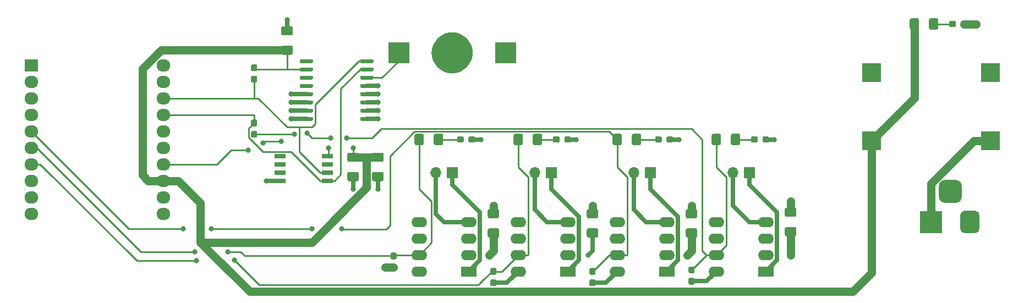
<source format=gtl>
G04 #@! TF.GenerationSoftware,KiCad,Pcbnew,(5.1.9)-1*
G04 #@! TF.CreationDate,2021-03-13T10:24:33-05:00*
G04 #@! TF.ProjectId,Aquarium_Dosing_Pump_Controller,41717561-7269-4756-9d5f-446f73696e67,rev?*
G04 #@! TF.SameCoordinates,Original*
G04 #@! TF.FileFunction,Copper,L1,Top*
G04 #@! TF.FilePolarity,Positive*
%FSLAX46Y46*%
G04 Gerber Fmt 4.6, Leading zero omitted, Abs format (unit mm)*
G04 Created by KiCad (PCBNEW (5.1.9)-1) date 2021-03-13 10:24:33*
%MOMM*%
%LPD*%
G01*
G04 APERTURE LIST*
G04 #@! TA.AperFunction,ComponentPad*
%ADD10O,2.100000X1.900000*%
G04 #@! TD*
G04 #@! TA.AperFunction,ComponentPad*
%ADD11R,2.100000X1.900000*%
G04 #@! TD*
G04 #@! TA.AperFunction,SMDPad,CuDef*
%ADD12R,3.200000X3.200000*%
G04 #@! TD*
G04 #@! TA.AperFunction,ComponentPad*
%ADD13R,3.000000X3.000000*%
G04 #@! TD*
G04 #@! TA.AperFunction,ComponentPad*
%ADD14O,2.400000X1.600000*%
G04 #@! TD*
G04 #@! TA.AperFunction,ComponentPad*
%ADD15R,2.400000X1.600000*%
G04 #@! TD*
G04 #@! TA.AperFunction,SMDPad,CuDef*
%ADD16R,1.700000X0.650000*%
G04 #@! TD*
G04 #@! TA.AperFunction,ComponentPad*
%ADD17O,1.700000X1.700000*%
G04 #@! TD*
G04 #@! TA.AperFunction,ComponentPad*
%ADD18R,1.700000X1.700000*%
G04 #@! TD*
G04 #@! TA.AperFunction,ComponentPad*
%ADD19R,3.500000X3.500000*%
G04 #@! TD*
G04 #@! TA.AperFunction,ViaPad*
%ADD20C,0.838200*%
G04 #@! TD*
G04 #@! TA.AperFunction,Conductor*
%ADD21C,1.270000*%
G04 #@! TD*
G04 #@! TA.AperFunction,Conductor*
%ADD22C,0.635000*%
G04 #@! TD*
G04 #@! TA.AperFunction,Conductor*
%ADD23C,0.254000*%
G04 #@! TD*
G04 APERTURE END LIST*
D10*
X77470000Y-105410000D03*
X57150000Y-105410000D03*
X77470000Y-102870000D03*
X57150000Y-102870000D03*
X77470000Y-100330000D03*
X57150000Y-100330000D03*
X77470000Y-97790000D03*
X57150000Y-97790000D03*
X77470000Y-95250000D03*
X57150000Y-95250000D03*
X77470000Y-92710000D03*
X57150000Y-92710000D03*
X77470000Y-90170000D03*
X57150000Y-90170000D03*
X77470000Y-87630000D03*
X57150000Y-87630000D03*
X77470000Y-85090000D03*
X57150000Y-85090000D03*
X77470000Y-82550000D03*
D11*
X57150000Y-82550000D03*
G04 #@! TA.AperFunction,SMDPad,CuDef*
G36*
G01*
X118745000Y-80645000D02*
X118745000Y-80645000D01*
G75*
G02*
X121920000Y-77470000I3175000J0D01*
G01*
X121920000Y-77470000D01*
G75*
G02*
X125095000Y-80645000I0J-3175000D01*
G01*
X125095000Y-80645000D01*
G75*
G02*
X121920000Y-83820000I-3175000J0D01*
G01*
X121920000Y-83820000D01*
G75*
G02*
X118745000Y-80645000I0J3175000D01*
G01*
G37*
G04 #@! TD.AperFunction*
D12*
X113694600Y-80645000D03*
X130145400Y-80645000D03*
G04 #@! TA.AperFunction,SMDPad,CuDef*
G36*
G01*
X109865000Y-98982500D02*
X111115000Y-98982500D01*
G75*
G02*
X111365000Y-99232500I0J-250000D01*
G01*
X111365000Y-100157500D01*
G75*
G02*
X111115000Y-100407500I-250000J0D01*
G01*
X109865000Y-100407500D01*
G75*
G02*
X109615000Y-100157500I0J250000D01*
G01*
X109615000Y-99232500D01*
G75*
G02*
X109865000Y-98982500I250000J0D01*
G01*
G37*
G04 #@! TD.AperFunction*
G04 #@! TA.AperFunction,SMDPad,CuDef*
G36*
G01*
X109865000Y-96007500D02*
X111115000Y-96007500D01*
G75*
G02*
X111365000Y-96257500I0J-250000D01*
G01*
X111365000Y-97182500D01*
G75*
G02*
X111115000Y-97432500I-250000J0D01*
G01*
X109865000Y-97432500D01*
G75*
G02*
X109615000Y-97182500I0J250000D01*
G01*
X109615000Y-96257500D01*
G75*
G02*
X109865000Y-96007500I250000J0D01*
G01*
G37*
G04 #@! TD.AperFunction*
G04 #@! TA.AperFunction,SMDPad,CuDef*
G36*
G01*
X128895000Y-106122500D02*
X127645000Y-106122500D01*
G75*
G02*
X127395000Y-105872500I0J250000D01*
G01*
X127395000Y-104947500D01*
G75*
G02*
X127645000Y-104697500I250000J0D01*
G01*
X128895000Y-104697500D01*
G75*
G02*
X129145000Y-104947500I0J-250000D01*
G01*
X129145000Y-105872500D01*
G75*
G02*
X128895000Y-106122500I-250000J0D01*
G01*
G37*
G04 #@! TD.AperFunction*
G04 #@! TA.AperFunction,SMDPad,CuDef*
G36*
G01*
X128895000Y-109097500D02*
X127645000Y-109097500D01*
G75*
G02*
X127395000Y-108847500I0J250000D01*
G01*
X127395000Y-107922500D01*
G75*
G02*
X127645000Y-107672500I250000J0D01*
G01*
X128895000Y-107672500D01*
G75*
G02*
X129145000Y-107922500I0J-250000D01*
G01*
X129145000Y-108847500D01*
G75*
G02*
X128895000Y-109097500I-250000J0D01*
G01*
G37*
G04 #@! TD.AperFunction*
G04 #@! TA.AperFunction,SMDPad,CuDef*
G36*
G01*
X159375000Y-106122500D02*
X158125000Y-106122500D01*
G75*
G02*
X157875000Y-105872500I0J250000D01*
G01*
X157875000Y-104947500D01*
G75*
G02*
X158125000Y-104697500I250000J0D01*
G01*
X159375000Y-104697500D01*
G75*
G02*
X159625000Y-104947500I0J-250000D01*
G01*
X159625000Y-105872500D01*
G75*
G02*
X159375000Y-106122500I-250000J0D01*
G01*
G37*
G04 #@! TD.AperFunction*
G04 #@! TA.AperFunction,SMDPad,CuDef*
G36*
G01*
X159375000Y-109097500D02*
X158125000Y-109097500D01*
G75*
G02*
X157875000Y-108847500I0J250000D01*
G01*
X157875000Y-107922500D01*
G75*
G02*
X158125000Y-107672500I250000J0D01*
G01*
X159375000Y-107672500D01*
G75*
G02*
X159625000Y-107922500I0J-250000D01*
G01*
X159625000Y-108847500D01*
G75*
G02*
X159375000Y-109097500I-250000J0D01*
G01*
G37*
G04 #@! TD.AperFunction*
G04 #@! TA.AperFunction,SMDPad,CuDef*
G36*
G01*
X144135000Y-106122500D02*
X142885000Y-106122500D01*
G75*
G02*
X142635000Y-105872500I0J250000D01*
G01*
X142635000Y-104947500D01*
G75*
G02*
X142885000Y-104697500I250000J0D01*
G01*
X144135000Y-104697500D01*
G75*
G02*
X144385000Y-104947500I0J-250000D01*
G01*
X144385000Y-105872500D01*
G75*
G02*
X144135000Y-106122500I-250000J0D01*
G01*
G37*
G04 #@! TD.AperFunction*
G04 #@! TA.AperFunction,SMDPad,CuDef*
G36*
G01*
X144135000Y-109097500D02*
X142885000Y-109097500D01*
G75*
G02*
X142635000Y-108847500I0J250000D01*
G01*
X142635000Y-107922500D01*
G75*
G02*
X142885000Y-107672500I250000J0D01*
G01*
X144135000Y-107672500D01*
G75*
G02*
X144385000Y-107922500I0J-250000D01*
G01*
X144385000Y-108847500D01*
G75*
G02*
X144135000Y-109097500I-250000J0D01*
G01*
G37*
G04 #@! TD.AperFunction*
G04 #@! TA.AperFunction,SMDPad,CuDef*
G36*
G01*
X174615000Y-105905000D02*
X173365000Y-105905000D01*
G75*
G02*
X173115000Y-105655000I0J250000D01*
G01*
X173115000Y-104730000D01*
G75*
G02*
X173365000Y-104480000I250000J0D01*
G01*
X174615000Y-104480000D01*
G75*
G02*
X174865000Y-104730000I0J-250000D01*
G01*
X174865000Y-105655000D01*
G75*
G02*
X174615000Y-105905000I-250000J0D01*
G01*
G37*
G04 #@! TD.AperFunction*
G04 #@! TA.AperFunction,SMDPad,CuDef*
G36*
G01*
X174615000Y-108880000D02*
X173365000Y-108880000D01*
G75*
G02*
X173115000Y-108630000I0J250000D01*
G01*
X173115000Y-107705000D01*
G75*
G02*
X173365000Y-107455000I250000J0D01*
G01*
X174615000Y-107455000D01*
G75*
G02*
X174865000Y-107705000I0J-250000D01*
G01*
X174865000Y-108630000D01*
G75*
G02*
X174615000Y-108880000I-250000J0D01*
G01*
G37*
G04 #@! TD.AperFunction*
G04 #@! TA.AperFunction,SMDPad,CuDef*
G36*
G01*
X107765000Y-82065000D02*
X107765000Y-81765000D01*
G75*
G02*
X107915000Y-81615000I150000J0D01*
G01*
X109665000Y-81615000D01*
G75*
G02*
X109815000Y-81765000I0J-150000D01*
G01*
X109815000Y-82065000D01*
G75*
G02*
X109665000Y-82215000I-150000J0D01*
G01*
X107915000Y-82215000D01*
G75*
G02*
X107765000Y-82065000I0J150000D01*
G01*
G37*
G04 #@! TD.AperFunction*
G04 #@! TA.AperFunction,SMDPad,CuDef*
G36*
G01*
X107765000Y-83335000D02*
X107765000Y-83035000D01*
G75*
G02*
X107915000Y-82885000I150000J0D01*
G01*
X109665000Y-82885000D01*
G75*
G02*
X109815000Y-83035000I0J-150000D01*
G01*
X109815000Y-83335000D01*
G75*
G02*
X109665000Y-83485000I-150000J0D01*
G01*
X107915000Y-83485000D01*
G75*
G02*
X107765000Y-83335000I0J150000D01*
G01*
G37*
G04 #@! TD.AperFunction*
G04 #@! TA.AperFunction,SMDPad,CuDef*
G36*
G01*
X107765000Y-84605000D02*
X107765000Y-84305000D01*
G75*
G02*
X107915000Y-84155000I150000J0D01*
G01*
X109665000Y-84155000D01*
G75*
G02*
X109815000Y-84305000I0J-150000D01*
G01*
X109815000Y-84605000D01*
G75*
G02*
X109665000Y-84755000I-150000J0D01*
G01*
X107915000Y-84755000D01*
G75*
G02*
X107765000Y-84605000I0J150000D01*
G01*
G37*
G04 #@! TD.AperFunction*
G04 #@! TA.AperFunction,SMDPad,CuDef*
G36*
G01*
X107765000Y-85875000D02*
X107765000Y-85575000D01*
G75*
G02*
X107915000Y-85425000I150000J0D01*
G01*
X109665000Y-85425000D01*
G75*
G02*
X109815000Y-85575000I0J-150000D01*
G01*
X109815000Y-85875000D01*
G75*
G02*
X109665000Y-86025000I-150000J0D01*
G01*
X107915000Y-86025000D01*
G75*
G02*
X107765000Y-85875000I0J150000D01*
G01*
G37*
G04 #@! TD.AperFunction*
G04 #@! TA.AperFunction,SMDPad,CuDef*
G36*
G01*
X107765000Y-87145000D02*
X107765000Y-86845000D01*
G75*
G02*
X107915000Y-86695000I150000J0D01*
G01*
X109665000Y-86695000D01*
G75*
G02*
X109815000Y-86845000I0J-150000D01*
G01*
X109815000Y-87145000D01*
G75*
G02*
X109665000Y-87295000I-150000J0D01*
G01*
X107915000Y-87295000D01*
G75*
G02*
X107765000Y-87145000I0J150000D01*
G01*
G37*
G04 #@! TD.AperFunction*
G04 #@! TA.AperFunction,SMDPad,CuDef*
G36*
G01*
X107765000Y-88415000D02*
X107765000Y-88115000D01*
G75*
G02*
X107915000Y-87965000I150000J0D01*
G01*
X109665000Y-87965000D01*
G75*
G02*
X109815000Y-88115000I0J-150000D01*
G01*
X109815000Y-88415000D01*
G75*
G02*
X109665000Y-88565000I-150000J0D01*
G01*
X107915000Y-88565000D01*
G75*
G02*
X107765000Y-88415000I0J150000D01*
G01*
G37*
G04 #@! TD.AperFunction*
G04 #@! TA.AperFunction,SMDPad,CuDef*
G36*
G01*
X107765000Y-89685000D02*
X107765000Y-89385000D01*
G75*
G02*
X107915000Y-89235000I150000J0D01*
G01*
X109665000Y-89235000D01*
G75*
G02*
X109815000Y-89385000I0J-150000D01*
G01*
X109815000Y-89685000D01*
G75*
G02*
X109665000Y-89835000I-150000J0D01*
G01*
X107915000Y-89835000D01*
G75*
G02*
X107765000Y-89685000I0J150000D01*
G01*
G37*
G04 #@! TD.AperFunction*
G04 #@! TA.AperFunction,SMDPad,CuDef*
G36*
G01*
X107765000Y-90955000D02*
X107765000Y-90655000D01*
G75*
G02*
X107915000Y-90505000I150000J0D01*
G01*
X109665000Y-90505000D01*
G75*
G02*
X109815000Y-90655000I0J-150000D01*
G01*
X109815000Y-90955000D01*
G75*
G02*
X109665000Y-91105000I-150000J0D01*
G01*
X107915000Y-91105000D01*
G75*
G02*
X107765000Y-90955000I0J150000D01*
G01*
G37*
G04 #@! TD.AperFunction*
G04 #@! TA.AperFunction,SMDPad,CuDef*
G36*
G01*
X98465000Y-90955000D02*
X98465000Y-90655000D01*
G75*
G02*
X98615000Y-90505000I150000J0D01*
G01*
X100365000Y-90505000D01*
G75*
G02*
X100515000Y-90655000I0J-150000D01*
G01*
X100515000Y-90955000D01*
G75*
G02*
X100365000Y-91105000I-150000J0D01*
G01*
X98615000Y-91105000D01*
G75*
G02*
X98465000Y-90955000I0J150000D01*
G01*
G37*
G04 #@! TD.AperFunction*
G04 #@! TA.AperFunction,SMDPad,CuDef*
G36*
G01*
X98465000Y-89685000D02*
X98465000Y-89385000D01*
G75*
G02*
X98615000Y-89235000I150000J0D01*
G01*
X100365000Y-89235000D01*
G75*
G02*
X100515000Y-89385000I0J-150000D01*
G01*
X100515000Y-89685000D01*
G75*
G02*
X100365000Y-89835000I-150000J0D01*
G01*
X98615000Y-89835000D01*
G75*
G02*
X98465000Y-89685000I0J150000D01*
G01*
G37*
G04 #@! TD.AperFunction*
G04 #@! TA.AperFunction,SMDPad,CuDef*
G36*
G01*
X98465000Y-88415000D02*
X98465000Y-88115000D01*
G75*
G02*
X98615000Y-87965000I150000J0D01*
G01*
X100365000Y-87965000D01*
G75*
G02*
X100515000Y-88115000I0J-150000D01*
G01*
X100515000Y-88415000D01*
G75*
G02*
X100365000Y-88565000I-150000J0D01*
G01*
X98615000Y-88565000D01*
G75*
G02*
X98465000Y-88415000I0J150000D01*
G01*
G37*
G04 #@! TD.AperFunction*
G04 #@! TA.AperFunction,SMDPad,CuDef*
G36*
G01*
X98465000Y-87145000D02*
X98465000Y-86845000D01*
G75*
G02*
X98615000Y-86695000I150000J0D01*
G01*
X100365000Y-86695000D01*
G75*
G02*
X100515000Y-86845000I0J-150000D01*
G01*
X100515000Y-87145000D01*
G75*
G02*
X100365000Y-87295000I-150000J0D01*
G01*
X98615000Y-87295000D01*
G75*
G02*
X98465000Y-87145000I0J150000D01*
G01*
G37*
G04 #@! TD.AperFunction*
G04 #@! TA.AperFunction,SMDPad,CuDef*
G36*
G01*
X98465000Y-85875000D02*
X98465000Y-85575000D01*
G75*
G02*
X98615000Y-85425000I150000J0D01*
G01*
X100365000Y-85425000D01*
G75*
G02*
X100515000Y-85575000I0J-150000D01*
G01*
X100515000Y-85875000D01*
G75*
G02*
X100365000Y-86025000I-150000J0D01*
G01*
X98615000Y-86025000D01*
G75*
G02*
X98465000Y-85875000I0J150000D01*
G01*
G37*
G04 #@! TD.AperFunction*
G04 #@! TA.AperFunction,SMDPad,CuDef*
G36*
G01*
X98465000Y-84605000D02*
X98465000Y-84305000D01*
G75*
G02*
X98615000Y-84155000I150000J0D01*
G01*
X100365000Y-84155000D01*
G75*
G02*
X100515000Y-84305000I0J-150000D01*
G01*
X100515000Y-84605000D01*
G75*
G02*
X100365000Y-84755000I-150000J0D01*
G01*
X98615000Y-84755000D01*
G75*
G02*
X98465000Y-84605000I0J150000D01*
G01*
G37*
G04 #@! TD.AperFunction*
G04 #@! TA.AperFunction,SMDPad,CuDef*
G36*
G01*
X98465000Y-83335000D02*
X98465000Y-83035000D01*
G75*
G02*
X98615000Y-82885000I150000J0D01*
G01*
X100365000Y-82885000D01*
G75*
G02*
X100515000Y-83035000I0J-150000D01*
G01*
X100515000Y-83335000D01*
G75*
G02*
X100365000Y-83485000I-150000J0D01*
G01*
X98615000Y-83485000D01*
G75*
G02*
X98465000Y-83335000I0J150000D01*
G01*
G37*
G04 #@! TD.AperFunction*
G04 #@! TA.AperFunction,SMDPad,CuDef*
G36*
G01*
X98465000Y-82065000D02*
X98465000Y-81765000D01*
G75*
G02*
X98615000Y-81615000I150000J0D01*
G01*
X100365000Y-81615000D01*
G75*
G02*
X100515000Y-81765000I0J-150000D01*
G01*
X100515000Y-82065000D01*
G75*
G02*
X100365000Y-82215000I-150000J0D01*
G01*
X98615000Y-82215000D01*
G75*
G02*
X98465000Y-82065000I0J150000D01*
G01*
G37*
G04 #@! TD.AperFunction*
D13*
X204705000Y-94150000D03*
X204705000Y-83650000D03*
X186455000Y-94150000D03*
X186455000Y-83650000D03*
D14*
X147320000Y-114300000D03*
X154940000Y-106680000D03*
X147320000Y-111760000D03*
X154940000Y-109220000D03*
X147320000Y-109220000D03*
X154940000Y-111760000D03*
X147320000Y-106680000D03*
D15*
X154940000Y-114300000D03*
D14*
X132080000Y-114300000D03*
X139700000Y-106680000D03*
X132080000Y-111760000D03*
X139700000Y-109220000D03*
X132080000Y-109220000D03*
X139700000Y-111760000D03*
X132080000Y-106680000D03*
D15*
X139700000Y-114300000D03*
D14*
X116840000Y-114300000D03*
X124460000Y-106680000D03*
X116840000Y-111760000D03*
X124460000Y-109220000D03*
X116840000Y-109220000D03*
X124460000Y-111760000D03*
X116840000Y-106680000D03*
D15*
X124460000Y-114300000D03*
D14*
X162560000Y-114300000D03*
X170180000Y-106680000D03*
X162560000Y-111760000D03*
X170180000Y-109220000D03*
X162560000Y-109220000D03*
X170180000Y-111760000D03*
X162560000Y-106680000D03*
D15*
X170180000Y-114300000D03*
D16*
X102710000Y-96520000D03*
X102710000Y-97790000D03*
X102710000Y-99060000D03*
X102710000Y-100330000D03*
X95410000Y-100330000D03*
X95410000Y-99060000D03*
X95410000Y-97790000D03*
X95410000Y-96520000D03*
G04 #@! TA.AperFunction,SMDPad,CuDef*
G36*
G01*
X91677500Y-91965000D02*
X91202500Y-91965000D01*
G75*
G02*
X90965000Y-91727500I0J237500D01*
G01*
X90965000Y-91152500D01*
G75*
G02*
X91202500Y-90915000I237500J0D01*
G01*
X91677500Y-90915000D01*
G75*
G02*
X91915000Y-91152500I0J-237500D01*
G01*
X91915000Y-91727500D01*
G75*
G02*
X91677500Y-91965000I-237500J0D01*
G01*
G37*
G04 #@! TD.AperFunction*
G04 #@! TA.AperFunction,SMDPad,CuDef*
G36*
G01*
X91677500Y-93715000D02*
X91202500Y-93715000D01*
G75*
G02*
X90965000Y-93477500I0J237500D01*
G01*
X90965000Y-92902500D01*
G75*
G02*
X91202500Y-92665000I237500J0D01*
G01*
X91677500Y-92665000D01*
G75*
G02*
X91915000Y-92902500I0J-237500D01*
G01*
X91915000Y-93477500D01*
G75*
G02*
X91677500Y-93715000I-237500J0D01*
G01*
G37*
G04 #@! TD.AperFunction*
G04 #@! TA.AperFunction,SMDPad,CuDef*
G36*
G01*
X91202500Y-84170000D02*
X91677500Y-84170000D01*
G75*
G02*
X91915000Y-84407500I0J-237500D01*
G01*
X91915000Y-84982500D01*
G75*
G02*
X91677500Y-85220000I-237500J0D01*
G01*
X91202500Y-85220000D01*
G75*
G02*
X90965000Y-84982500I0J237500D01*
G01*
X90965000Y-84407500D01*
G75*
G02*
X91202500Y-84170000I237500J0D01*
G01*
G37*
G04 #@! TD.AperFunction*
G04 #@! TA.AperFunction,SMDPad,CuDef*
G36*
G01*
X91202500Y-82420000D02*
X91677500Y-82420000D01*
G75*
G02*
X91915000Y-82657500I0J-237500D01*
G01*
X91915000Y-83232500D01*
G75*
G02*
X91677500Y-83470000I-237500J0D01*
G01*
X91202500Y-83470000D01*
G75*
G02*
X90965000Y-83232500I0J237500D01*
G01*
X90965000Y-82657500D01*
G75*
G02*
X91202500Y-82420000I237500J0D01*
G01*
G37*
G04 #@! TD.AperFunction*
G04 #@! TA.AperFunction,SMDPad,CuDef*
G36*
G01*
X200135000Y-76437500D02*
X200135000Y-75962500D01*
G75*
G02*
X200372500Y-75725000I237500J0D01*
G01*
X200947500Y-75725000D01*
G75*
G02*
X201185000Y-75962500I0J-237500D01*
G01*
X201185000Y-76437500D01*
G75*
G02*
X200947500Y-76675000I-237500J0D01*
G01*
X200372500Y-76675000D01*
G75*
G02*
X200135000Y-76437500I0J237500D01*
G01*
G37*
G04 #@! TD.AperFunction*
G04 #@! TA.AperFunction,SMDPad,CuDef*
G36*
G01*
X198385000Y-76437500D02*
X198385000Y-75962500D01*
G75*
G02*
X198622500Y-75725000I237500J0D01*
G01*
X199197500Y-75725000D01*
G75*
G02*
X199435000Y-75962500I0J-237500D01*
G01*
X199435000Y-76437500D01*
G75*
G02*
X199197500Y-76675000I-237500J0D01*
G01*
X198622500Y-76675000D01*
G75*
G02*
X198385000Y-76437500I0J237500D01*
G01*
G37*
G04 #@! TD.AperFunction*
G04 #@! TA.AperFunction,SMDPad,CuDef*
G36*
G01*
X154895000Y-94217500D02*
X154895000Y-93742500D01*
G75*
G02*
X155132500Y-93505000I237500J0D01*
G01*
X155707500Y-93505000D01*
G75*
G02*
X155945000Y-93742500I0J-237500D01*
G01*
X155945000Y-94217500D01*
G75*
G02*
X155707500Y-94455000I-237500J0D01*
G01*
X155132500Y-94455000D01*
G75*
G02*
X154895000Y-94217500I0J237500D01*
G01*
G37*
G04 #@! TD.AperFunction*
G04 #@! TA.AperFunction,SMDPad,CuDef*
G36*
G01*
X153145000Y-94217500D02*
X153145000Y-93742500D01*
G75*
G02*
X153382500Y-93505000I237500J0D01*
G01*
X153957500Y-93505000D01*
G75*
G02*
X154195000Y-93742500I0J-237500D01*
G01*
X154195000Y-94217500D01*
G75*
G02*
X153957500Y-94455000I-237500J0D01*
G01*
X153382500Y-94455000D01*
G75*
G02*
X153145000Y-94217500I0J237500D01*
G01*
G37*
G04 #@! TD.AperFunction*
G04 #@! TA.AperFunction,SMDPad,CuDef*
G36*
G01*
X139175000Y-94217500D02*
X139175000Y-93742500D01*
G75*
G02*
X139412500Y-93505000I237500J0D01*
G01*
X139987500Y-93505000D01*
G75*
G02*
X140225000Y-93742500I0J-237500D01*
G01*
X140225000Y-94217500D01*
G75*
G02*
X139987500Y-94455000I-237500J0D01*
G01*
X139412500Y-94455000D01*
G75*
G02*
X139175000Y-94217500I0J237500D01*
G01*
G37*
G04 #@! TD.AperFunction*
G04 #@! TA.AperFunction,SMDPad,CuDef*
G36*
G01*
X137425000Y-94217500D02*
X137425000Y-93742500D01*
G75*
G02*
X137662500Y-93505000I237500J0D01*
G01*
X138237500Y-93505000D01*
G75*
G02*
X138475000Y-93742500I0J-237500D01*
G01*
X138475000Y-94217500D01*
G75*
G02*
X138237500Y-94455000I-237500J0D01*
G01*
X137662500Y-94455000D01*
G75*
G02*
X137425000Y-94217500I0J237500D01*
G01*
G37*
G04 #@! TD.AperFunction*
G04 #@! TA.AperFunction,SMDPad,CuDef*
G36*
G01*
X124415000Y-94217500D02*
X124415000Y-93742500D01*
G75*
G02*
X124652500Y-93505000I237500J0D01*
G01*
X125227500Y-93505000D01*
G75*
G02*
X125465000Y-93742500I0J-237500D01*
G01*
X125465000Y-94217500D01*
G75*
G02*
X125227500Y-94455000I-237500J0D01*
G01*
X124652500Y-94455000D01*
G75*
G02*
X124415000Y-94217500I0J237500D01*
G01*
G37*
G04 #@! TD.AperFunction*
G04 #@! TA.AperFunction,SMDPad,CuDef*
G36*
G01*
X122665000Y-94217500D02*
X122665000Y-93742500D01*
G75*
G02*
X122902500Y-93505000I237500J0D01*
G01*
X123477500Y-93505000D01*
G75*
G02*
X123715000Y-93742500I0J-237500D01*
G01*
X123715000Y-94217500D01*
G75*
G02*
X123477500Y-94455000I-237500J0D01*
G01*
X122902500Y-94455000D01*
G75*
G02*
X122665000Y-94217500I0J237500D01*
G01*
G37*
G04 #@! TD.AperFunction*
G04 #@! TA.AperFunction,SMDPad,CuDef*
G36*
G01*
X169655000Y-94217500D02*
X169655000Y-93742500D01*
G75*
G02*
X169892500Y-93505000I237500J0D01*
G01*
X170467500Y-93505000D01*
G75*
G02*
X170705000Y-93742500I0J-237500D01*
G01*
X170705000Y-94217500D01*
G75*
G02*
X170467500Y-94455000I-237500J0D01*
G01*
X169892500Y-94455000D01*
G75*
G02*
X169655000Y-94217500I0J237500D01*
G01*
G37*
G04 #@! TD.AperFunction*
G04 #@! TA.AperFunction,SMDPad,CuDef*
G36*
G01*
X167905000Y-94217500D02*
X167905000Y-93742500D01*
G75*
G02*
X168142500Y-93505000I237500J0D01*
G01*
X168717500Y-93505000D01*
G75*
G02*
X168955000Y-93742500I0J-237500D01*
G01*
X168955000Y-94217500D01*
G75*
G02*
X168717500Y-94455000I-237500J0D01*
G01*
X168142500Y-94455000D01*
G75*
G02*
X167905000Y-94217500I0J237500D01*
G01*
G37*
G04 #@! TD.AperFunction*
G04 #@! TA.AperFunction,SMDPad,CuDef*
G36*
G01*
X143272500Y-115525000D02*
X143747500Y-115525000D01*
G75*
G02*
X143985000Y-115762500I0J-237500D01*
G01*
X143985000Y-116337500D01*
G75*
G02*
X143747500Y-116575000I-237500J0D01*
G01*
X143272500Y-116575000D01*
G75*
G02*
X143035000Y-116337500I0J237500D01*
G01*
X143035000Y-115762500D01*
G75*
G02*
X143272500Y-115525000I237500J0D01*
G01*
G37*
G04 #@! TD.AperFunction*
G04 #@! TA.AperFunction,SMDPad,CuDef*
G36*
G01*
X143272500Y-113775000D02*
X143747500Y-113775000D01*
G75*
G02*
X143985000Y-114012500I0J-237500D01*
G01*
X143985000Y-114587500D01*
G75*
G02*
X143747500Y-114825000I-237500J0D01*
G01*
X143272500Y-114825000D01*
G75*
G02*
X143035000Y-114587500I0J237500D01*
G01*
X143035000Y-114012500D01*
G75*
G02*
X143272500Y-113775000I237500J0D01*
G01*
G37*
G04 #@! TD.AperFunction*
G04 #@! TA.AperFunction,SMDPad,CuDef*
G36*
G01*
X128032500Y-115525000D02*
X128507500Y-115525000D01*
G75*
G02*
X128745000Y-115762500I0J-237500D01*
G01*
X128745000Y-116337500D01*
G75*
G02*
X128507500Y-116575000I-237500J0D01*
G01*
X128032500Y-116575000D01*
G75*
G02*
X127795000Y-116337500I0J237500D01*
G01*
X127795000Y-115762500D01*
G75*
G02*
X128032500Y-115525000I237500J0D01*
G01*
G37*
G04 #@! TD.AperFunction*
G04 #@! TA.AperFunction,SMDPad,CuDef*
G36*
G01*
X128032500Y-113775000D02*
X128507500Y-113775000D01*
G75*
G02*
X128745000Y-114012500I0J-237500D01*
G01*
X128745000Y-114587500D01*
G75*
G02*
X128507500Y-114825000I-237500J0D01*
G01*
X128032500Y-114825000D01*
G75*
G02*
X127795000Y-114587500I0J237500D01*
G01*
X127795000Y-114012500D01*
G75*
G02*
X128032500Y-113775000I237500J0D01*
G01*
G37*
G04 #@! TD.AperFunction*
G04 #@! TA.AperFunction,SMDPad,CuDef*
G36*
G01*
X112665500Y-113140000D02*
X113140500Y-113140000D01*
G75*
G02*
X113378000Y-113377500I0J-237500D01*
G01*
X113378000Y-113952500D01*
G75*
G02*
X113140500Y-114190000I-237500J0D01*
G01*
X112665500Y-114190000D01*
G75*
G02*
X112428000Y-113952500I0J237500D01*
G01*
X112428000Y-113377500D01*
G75*
G02*
X112665500Y-113140000I237500J0D01*
G01*
G37*
G04 #@! TD.AperFunction*
G04 #@! TA.AperFunction,SMDPad,CuDef*
G36*
G01*
X112665500Y-111390000D02*
X113140500Y-111390000D01*
G75*
G02*
X113378000Y-111627500I0J-237500D01*
G01*
X113378000Y-112202500D01*
G75*
G02*
X113140500Y-112440000I-237500J0D01*
G01*
X112665500Y-112440000D01*
G75*
G02*
X112428000Y-112202500I0J237500D01*
G01*
X112428000Y-111627500D01*
G75*
G02*
X112665500Y-111390000I237500J0D01*
G01*
G37*
G04 #@! TD.AperFunction*
G04 #@! TA.AperFunction,SMDPad,CuDef*
G36*
G01*
X158512500Y-115285000D02*
X158987500Y-115285000D01*
G75*
G02*
X159225000Y-115522500I0J-237500D01*
G01*
X159225000Y-116097500D01*
G75*
G02*
X158987500Y-116335000I-237500J0D01*
G01*
X158512500Y-116335000D01*
G75*
G02*
X158275000Y-116097500I0J237500D01*
G01*
X158275000Y-115522500D01*
G75*
G02*
X158512500Y-115285000I237500J0D01*
G01*
G37*
G04 #@! TD.AperFunction*
G04 #@! TA.AperFunction,SMDPad,CuDef*
G36*
G01*
X158512500Y-113535000D02*
X158987500Y-113535000D01*
G75*
G02*
X159225000Y-113772500I0J-237500D01*
G01*
X159225000Y-114347500D01*
G75*
G02*
X158987500Y-114585000I-237500J0D01*
G01*
X158512500Y-114585000D01*
G75*
G02*
X158275000Y-114347500I0J237500D01*
G01*
X158275000Y-113772500D01*
G75*
G02*
X158512500Y-113535000I237500J0D01*
G01*
G37*
G04 #@! TD.AperFunction*
D17*
X149860000Y-99060000D03*
D18*
X152400000Y-99060000D03*
D17*
X134620000Y-99060000D03*
D18*
X137160000Y-99060000D03*
D17*
X119380000Y-99060000D03*
D18*
X121920000Y-99060000D03*
D17*
X165100000Y-99060000D03*
D18*
X167640000Y-99060000D03*
G04 #@! TA.AperFunction,ComponentPad*
G36*
G01*
X200330000Y-101105000D02*
X200330000Y-102855000D01*
G75*
G02*
X199455000Y-103730000I-875000J0D01*
G01*
X197705000Y-103730000D01*
G75*
G02*
X196830000Y-102855000I0J875000D01*
G01*
X196830000Y-101105000D01*
G75*
G02*
X197705000Y-100230000I875000J0D01*
G01*
X199455000Y-100230000D01*
G75*
G02*
X200330000Y-101105000I0J-875000D01*
G01*
G37*
G04 #@! TD.AperFunction*
G04 #@! TA.AperFunction,ComponentPad*
G36*
G01*
X203080000Y-105680000D02*
X203080000Y-107680000D01*
G75*
G02*
X202330000Y-108430000I-750000J0D01*
G01*
X200830000Y-108430000D01*
G75*
G02*
X200080000Y-107680000I0J750000D01*
G01*
X200080000Y-105680000D01*
G75*
G02*
X200830000Y-104930000I750000J0D01*
G01*
X202330000Y-104930000D01*
G75*
G02*
X203080000Y-105680000I0J-750000D01*
G01*
G37*
G04 #@! TD.AperFunction*
D19*
X195580000Y-106680000D03*
G04 #@! TA.AperFunction,SMDPad,CuDef*
G36*
G01*
X193752500Y-75575000D02*
X193752500Y-76825000D01*
G75*
G02*
X193502500Y-77075000I-250000J0D01*
G01*
X192577500Y-77075000D01*
G75*
G02*
X192327500Y-76825000I0J250000D01*
G01*
X192327500Y-75575000D01*
G75*
G02*
X192577500Y-75325000I250000J0D01*
G01*
X193502500Y-75325000D01*
G75*
G02*
X193752500Y-75575000I0J-250000D01*
G01*
G37*
G04 #@! TD.AperFunction*
G04 #@! TA.AperFunction,SMDPad,CuDef*
G36*
G01*
X196727500Y-75575000D02*
X196727500Y-76825000D01*
G75*
G02*
X196477500Y-77075000I-250000J0D01*
G01*
X195552500Y-77075000D01*
G75*
G02*
X195302500Y-76825000I0J250000D01*
G01*
X195302500Y-75575000D01*
G75*
G02*
X195552500Y-75325000I250000J0D01*
G01*
X196477500Y-75325000D01*
G75*
G02*
X196727500Y-75575000I0J-250000D01*
G01*
G37*
G04 #@! TD.AperFunction*
G04 #@! TA.AperFunction,SMDPad,CuDef*
G36*
G01*
X148032500Y-93355000D02*
X148032500Y-94605000D01*
G75*
G02*
X147782500Y-94855000I-250000J0D01*
G01*
X146857500Y-94855000D01*
G75*
G02*
X146607500Y-94605000I0J250000D01*
G01*
X146607500Y-93355000D01*
G75*
G02*
X146857500Y-93105000I250000J0D01*
G01*
X147782500Y-93105000D01*
G75*
G02*
X148032500Y-93355000I0J-250000D01*
G01*
G37*
G04 #@! TD.AperFunction*
G04 #@! TA.AperFunction,SMDPad,CuDef*
G36*
G01*
X151007500Y-93355000D02*
X151007500Y-94605000D01*
G75*
G02*
X150757500Y-94855000I-250000J0D01*
G01*
X149832500Y-94855000D01*
G75*
G02*
X149582500Y-94605000I0J250000D01*
G01*
X149582500Y-93355000D01*
G75*
G02*
X149832500Y-93105000I250000J0D01*
G01*
X150757500Y-93105000D01*
G75*
G02*
X151007500Y-93355000I0J-250000D01*
G01*
G37*
G04 #@! TD.AperFunction*
G04 #@! TA.AperFunction,SMDPad,CuDef*
G36*
G01*
X132792500Y-93355000D02*
X132792500Y-94605000D01*
G75*
G02*
X132542500Y-94855000I-250000J0D01*
G01*
X131617500Y-94855000D01*
G75*
G02*
X131367500Y-94605000I0J250000D01*
G01*
X131367500Y-93355000D01*
G75*
G02*
X131617500Y-93105000I250000J0D01*
G01*
X132542500Y-93105000D01*
G75*
G02*
X132792500Y-93355000I0J-250000D01*
G01*
G37*
G04 #@! TD.AperFunction*
G04 #@! TA.AperFunction,SMDPad,CuDef*
G36*
G01*
X135767500Y-93355000D02*
X135767500Y-94605000D01*
G75*
G02*
X135517500Y-94855000I-250000J0D01*
G01*
X134592500Y-94855000D01*
G75*
G02*
X134342500Y-94605000I0J250000D01*
G01*
X134342500Y-93355000D01*
G75*
G02*
X134592500Y-93105000I250000J0D01*
G01*
X135517500Y-93105000D01*
G75*
G02*
X135767500Y-93355000I0J-250000D01*
G01*
G37*
G04 #@! TD.AperFunction*
G04 #@! TA.AperFunction,SMDPad,CuDef*
G36*
G01*
X117552500Y-93355000D02*
X117552500Y-94605000D01*
G75*
G02*
X117302500Y-94855000I-250000J0D01*
G01*
X116377500Y-94855000D01*
G75*
G02*
X116127500Y-94605000I0J250000D01*
G01*
X116127500Y-93355000D01*
G75*
G02*
X116377500Y-93105000I250000J0D01*
G01*
X117302500Y-93105000D01*
G75*
G02*
X117552500Y-93355000I0J-250000D01*
G01*
G37*
G04 #@! TD.AperFunction*
G04 #@! TA.AperFunction,SMDPad,CuDef*
G36*
G01*
X120527500Y-93355000D02*
X120527500Y-94605000D01*
G75*
G02*
X120277500Y-94855000I-250000J0D01*
G01*
X119352500Y-94855000D01*
G75*
G02*
X119102500Y-94605000I0J250000D01*
G01*
X119102500Y-93355000D01*
G75*
G02*
X119352500Y-93105000I250000J0D01*
G01*
X120277500Y-93105000D01*
G75*
G02*
X120527500Y-93355000I0J-250000D01*
G01*
G37*
G04 #@! TD.AperFunction*
G04 #@! TA.AperFunction,SMDPad,CuDef*
G36*
G01*
X163272500Y-93355000D02*
X163272500Y-94605000D01*
G75*
G02*
X163022500Y-94855000I-250000J0D01*
G01*
X162097500Y-94855000D01*
G75*
G02*
X161847500Y-94605000I0J250000D01*
G01*
X161847500Y-93355000D01*
G75*
G02*
X162097500Y-93105000I250000J0D01*
G01*
X163022500Y-93105000D01*
G75*
G02*
X163272500Y-93355000I0J-250000D01*
G01*
G37*
G04 #@! TD.AperFunction*
G04 #@! TA.AperFunction,SMDPad,CuDef*
G36*
G01*
X166247500Y-93355000D02*
X166247500Y-94605000D01*
G75*
G02*
X165997500Y-94855000I-250000J0D01*
G01*
X165072500Y-94855000D01*
G75*
G02*
X164822500Y-94605000I0J250000D01*
G01*
X164822500Y-93355000D01*
G75*
G02*
X165072500Y-93105000I250000J0D01*
G01*
X165997500Y-93105000D01*
G75*
G02*
X166247500Y-93355000I0J-250000D01*
G01*
G37*
G04 #@! TD.AperFunction*
G04 #@! TA.AperFunction,SMDPad,CuDef*
G36*
G01*
X97145000Y-77965000D02*
X95895000Y-77965000D01*
G75*
G02*
X95645000Y-77715000I0J250000D01*
G01*
X95645000Y-76790000D01*
G75*
G02*
X95895000Y-76540000I250000J0D01*
G01*
X97145000Y-76540000D01*
G75*
G02*
X97395000Y-76790000I0J-250000D01*
G01*
X97395000Y-77715000D01*
G75*
G02*
X97145000Y-77965000I-250000J0D01*
G01*
G37*
G04 #@! TD.AperFunction*
G04 #@! TA.AperFunction,SMDPad,CuDef*
G36*
G01*
X97145000Y-80940000D02*
X95895000Y-80940000D01*
G75*
G02*
X95645000Y-80690000I0J250000D01*
G01*
X95645000Y-79765000D01*
G75*
G02*
X95895000Y-79515000I250000J0D01*
G01*
X97145000Y-79515000D01*
G75*
G02*
X97395000Y-79765000I0J-250000D01*
G01*
X97395000Y-80690000D01*
G75*
G02*
X97145000Y-80940000I-250000J0D01*
G01*
G37*
G04 #@! TD.AperFunction*
G04 #@! TA.AperFunction,SMDPad,CuDef*
G36*
G01*
X106055000Y-98982500D02*
X107305000Y-98982500D01*
G75*
G02*
X107555000Y-99232500I0J-250000D01*
G01*
X107555000Y-100157500D01*
G75*
G02*
X107305000Y-100407500I-250000J0D01*
G01*
X106055000Y-100407500D01*
G75*
G02*
X105805000Y-100157500I0J250000D01*
G01*
X105805000Y-99232500D01*
G75*
G02*
X106055000Y-98982500I250000J0D01*
G01*
G37*
G04 #@! TD.AperFunction*
G04 #@! TA.AperFunction,SMDPad,CuDef*
G36*
G01*
X106055000Y-96007500D02*
X107305000Y-96007500D01*
G75*
G02*
X107555000Y-96257500I0J-250000D01*
G01*
X107555000Y-97182500D01*
G75*
G02*
X107305000Y-97432500I-250000J0D01*
G01*
X106055000Y-97432500D01*
G75*
G02*
X105805000Y-97182500I0J250000D01*
G01*
X105805000Y-96257500D01*
G75*
G02*
X106055000Y-96007500I250000J0D01*
G01*
G37*
G04 #@! TD.AperFunction*
D20*
X143510000Y-104140000D03*
X128270000Y-104140000D03*
X158750000Y-104140000D03*
X173990000Y-103505000D03*
X202565000Y-76200000D03*
X111633000Y-113665000D03*
X171450000Y-93980000D03*
X156845000Y-93980000D03*
X140970000Y-93980000D03*
X126365000Y-93980000D03*
X110490000Y-101600000D03*
X106680000Y-101600000D03*
X93345000Y-100330000D03*
X97155000Y-90805000D03*
X97155000Y-89535000D03*
X97155000Y-88265000D03*
X97155000Y-86995000D03*
X110490000Y-90805000D03*
X110490000Y-89535000D03*
X110490000Y-88265000D03*
X110490000Y-86995000D03*
X110490000Y-85725000D03*
X121920000Y-80645000D03*
X96520000Y-75565000D03*
X106680000Y-95250000D03*
X102870000Y-95250000D03*
X97635000Y-93190000D03*
X105664000Y-93726000D03*
X103251000Y-93726000D03*
X99568000Y-92964000D03*
X95631000Y-94234000D03*
X92837000Y-94488000D03*
X90551000Y-95631000D03*
X88392000Y-112522000D03*
X82550000Y-112649000D03*
X87376000Y-111252000D03*
X82296000Y-111252000D03*
X104902000Y-107696000D03*
X100330000Y-107696000D03*
X84836000Y-107696000D03*
X80518000Y-107696000D03*
X158115000Y-111760000D03*
X142875000Y-111760000D03*
X127635000Y-111760000D03*
X173990029Y-111760029D03*
D21*
X143510000Y-105410000D02*
X143510000Y-104140000D01*
X128270000Y-105410000D02*
X128270000Y-104140000D01*
X158750000Y-105410000D02*
X158750000Y-104140000D01*
X173990000Y-105192500D02*
X173990000Y-103505000D01*
X200660000Y-76200000D02*
X202565000Y-76200000D01*
X112903000Y-113665000D02*
X111633000Y-113665000D01*
D22*
X130330000Y-116050000D02*
X132080000Y-114300000D01*
X128270000Y-116050000D02*
X130330000Y-116050000D01*
X145570000Y-116050000D02*
X147320000Y-114300000D01*
X143510000Y-116050000D02*
X145570000Y-116050000D01*
X161050000Y-115810000D02*
X162560000Y-114300000D01*
X158750000Y-115810000D02*
X161050000Y-115810000D01*
X170180000Y-93980000D02*
X171450000Y-93980000D01*
X155420000Y-93980000D02*
X156845000Y-93980000D01*
X139700000Y-93980000D02*
X140970000Y-93980000D01*
X124940000Y-93980000D02*
X126365000Y-93980000D01*
X110490000Y-99695000D02*
X110490000Y-101600000D01*
X106680000Y-99695000D02*
X106680000Y-101600000D01*
X95410000Y-100330000D02*
X93345000Y-100330000D01*
X99490000Y-90805000D02*
X97155000Y-90805000D01*
X99490000Y-89535000D02*
X97155000Y-89535000D01*
X99490000Y-88265000D02*
X97155000Y-88265000D01*
X99490000Y-86995000D02*
X97155000Y-86995000D01*
X108790000Y-90805000D02*
X110490000Y-90805000D01*
X108790000Y-89535000D02*
X110490000Y-89535000D01*
X108790000Y-88265000D02*
X110490000Y-88265000D01*
X108790000Y-86995000D02*
X110490000Y-86995000D01*
X108790000Y-85725000D02*
X110490000Y-85725000D01*
X96520000Y-77252500D02*
X96520000Y-75565000D01*
D21*
X193040000Y-87565000D02*
X186455000Y-94150000D01*
X193040000Y-76200000D02*
X193040000Y-87565000D01*
X186455000Y-94150000D02*
X186455000Y-108185000D01*
X79790000Y-100330000D02*
X77470000Y-100330000D01*
X83185000Y-103725000D02*
X79790000Y-100330000D01*
X83185000Y-109855000D02*
X83185000Y-103725000D01*
X90743210Y-117413210D02*
X83185000Y-109855000D01*
X183576790Y-117413210D02*
X90743210Y-117413210D01*
X186455000Y-114535000D02*
X183576790Y-117413210D01*
X186455000Y-94150000D02*
X186455000Y-114535000D01*
D23*
X99490000Y-83185000D02*
X98465000Y-83185000D01*
X91680000Y-83185000D02*
X91440000Y-82945000D01*
X96520000Y-80227500D02*
X96520000Y-83185000D01*
X96520000Y-83185000D02*
X91680000Y-83185000D01*
X99490000Y-83185000D02*
X96520000Y-83185000D01*
X106680000Y-96720000D02*
X106680000Y-95250000D01*
X102870000Y-96360000D02*
X102710000Y-96520000D01*
X102870000Y-95250000D02*
X102870000Y-96360000D01*
X91440000Y-93190000D02*
X97635000Y-93190000D01*
D21*
X108776790Y-96728210D02*
X108776790Y-101408210D01*
X108785000Y-96720000D02*
X108776790Y-96728210D01*
D23*
X110490000Y-96720000D02*
X108785000Y-96720000D01*
X108785000Y-96720000D02*
X106680000Y-96720000D01*
D21*
X100330000Y-109855000D02*
X83185000Y-109855000D01*
X108776790Y-101408210D02*
X100330000Y-109855000D01*
X106680000Y-96720000D02*
X110490000Y-96720000D01*
X75150000Y-100330000D02*
X74295000Y-99475000D01*
X77470000Y-100330000D02*
X75150000Y-100330000D01*
X77163590Y-80227500D02*
X96520000Y-80227500D01*
X74295000Y-83096090D02*
X77163590Y-80227500D01*
X74295000Y-99475000D02*
X74295000Y-83096090D01*
D23*
X161050000Y-111760000D02*
X158750000Y-114060000D01*
X162560000Y-111760000D02*
X161050000Y-111760000D01*
X164090210Y-99796908D02*
X162560000Y-98266698D01*
X164090210Y-110229790D02*
X164090210Y-99796908D01*
X162560000Y-98266698D02*
X162560000Y-93980000D01*
X162560000Y-111760000D02*
X164090210Y-110229790D01*
X162560000Y-111760000D02*
X161036000Y-111760000D01*
X161036000Y-111760000D02*
X160401000Y-111125000D01*
X160401000Y-111125000D02*
X160401000Y-93980000D01*
X158738579Y-92317579D02*
X111009421Y-92317579D01*
X160401000Y-93980000D02*
X158738579Y-92317579D01*
X111009421Y-92317579D02*
X109601000Y-93726000D01*
X109601000Y-93726000D02*
X105664000Y-93726000D01*
X103251000Y-93726000D02*
X100330000Y-93726000D01*
X100330000Y-93726000D02*
X99568000Y-92964000D01*
X95631000Y-94234000D02*
X93091000Y-94234000D01*
X93091000Y-94234000D02*
X92837000Y-94488000D01*
X90551000Y-95631000D02*
X87884000Y-95631000D01*
X85725000Y-97790000D02*
X77470000Y-97790000D01*
X87884000Y-95631000D02*
X85725000Y-97790000D01*
X129540000Y-114300000D02*
X132080000Y-111760000D01*
X128270000Y-114300000D02*
X129540000Y-114300000D01*
X132080000Y-98266698D02*
X132080000Y-93980000D01*
X133610210Y-99796908D02*
X132080000Y-98266698D01*
X133610210Y-111683790D02*
X133610210Y-99796908D01*
X133534000Y-111760000D02*
X133610210Y-111683790D01*
X132080000Y-111760000D02*
X133534000Y-111760000D01*
X128270000Y-114300000D02*
X128016000Y-114300000D01*
X128016000Y-114300000D02*
X126885799Y-115430201D01*
X126885799Y-115430201D02*
X126111000Y-116205000D01*
X126111000Y-116205000D02*
X125984000Y-116332000D01*
X125984000Y-116332000D02*
X92202000Y-116332000D01*
X92202000Y-116332000D02*
X88392000Y-112522000D01*
X82550000Y-112649000D02*
X73406000Y-112649000D01*
X58547000Y-97790000D02*
X57150000Y-97790000D01*
X73406000Y-112649000D02*
X58547000Y-97790000D01*
X116840000Y-111760000D02*
X115090000Y-111760000D01*
X116840000Y-111760000D02*
X118732289Y-109867711D01*
X118732289Y-109867711D02*
X118732289Y-103492289D01*
X118732289Y-103492289D02*
X116840000Y-101600000D01*
X116840000Y-101600000D02*
X116840000Y-93980000D01*
X113058000Y-111760000D02*
X112903000Y-111915000D01*
X116840000Y-111760000D02*
X113058000Y-111760000D01*
X112903000Y-111915000D02*
X90015000Y-111915000D01*
X90015000Y-111915000D02*
X89352000Y-111252000D01*
X89352000Y-111252000D02*
X87376000Y-111252000D01*
X82296000Y-111252000D02*
X74041000Y-111252000D01*
X58039000Y-95250000D02*
X57150000Y-95250000D01*
X74041000Y-111252000D02*
X58039000Y-95250000D01*
X146050000Y-111760000D02*
X143510000Y-114300000D01*
X147320000Y-111760000D02*
X146050000Y-111760000D01*
X147320000Y-98266698D02*
X147320000Y-93980000D01*
X148850210Y-111683790D02*
X148850210Y-99796908D01*
X148850210Y-99796908D02*
X147320000Y-98266698D01*
X148774000Y-111760000D02*
X148850210Y-111683790D01*
X147320000Y-111760000D02*
X148774000Y-111760000D01*
X116137166Y-92774790D02*
X112395000Y-96516956D01*
X146114790Y-92774790D02*
X116137166Y-92774790D01*
X147320000Y-93980000D02*
X146114790Y-92774790D01*
X112395000Y-96516956D02*
X112395000Y-106680000D01*
X62230000Y-97790000D02*
X57150000Y-92710000D01*
X112395000Y-106680000D02*
X112395000Y-107188000D01*
X112395000Y-107188000D02*
X111760000Y-107823000D01*
X105029000Y-107823000D02*
X104902000Y-107696000D01*
X111760000Y-107823000D02*
X105029000Y-107823000D01*
X100330000Y-107696000D02*
X84836000Y-107696000D01*
X72136000Y-107696000D02*
X62230000Y-97790000D01*
X80518000Y-107696000D02*
X72136000Y-107696000D01*
X107765000Y-83185000D02*
X104775000Y-86175000D01*
X108790000Y-83185000D02*
X107765000Y-83185000D01*
X103814000Y-100330000D02*
X102710000Y-100330000D01*
X104775000Y-99369000D02*
X103814000Y-100330000D01*
X104775000Y-86175000D02*
X104775000Y-99369000D01*
X91440000Y-91440000D02*
X91440000Y-90170000D01*
X91440000Y-90170000D02*
X77470000Y-90170000D01*
X101606000Y-100330000D02*
X102710000Y-100330000D01*
X97140799Y-95864799D02*
X101606000Y-100330000D01*
X92786933Y-95864799D02*
X97140799Y-95864799D01*
X90634790Y-93712656D02*
X92786933Y-95864799D01*
X90634790Y-92245210D02*
X90634790Y-93712656D01*
X91440000Y-91440000D02*
X90634790Y-92245210D01*
X77470000Y-87630000D02*
X91440000Y-87630000D01*
X91440000Y-87630000D02*
X91440000Y-84695000D01*
X101606000Y-99060000D02*
X98425000Y-95879000D01*
X102710000Y-99060000D02*
X101606000Y-99060000D01*
X98425000Y-95879000D02*
X98425000Y-92075000D01*
X96520000Y-92075000D02*
X92075000Y-87630000D01*
X100330000Y-92075000D02*
X96520000Y-92075000D01*
X92075000Y-87630000D02*
X91440000Y-87630000D01*
X100845210Y-91559790D02*
X100330000Y-92075000D01*
X100845210Y-88613912D02*
X100845210Y-91559790D01*
X107544122Y-81915000D02*
X100845210Y-88613912D01*
X108790000Y-81915000D02*
X107544122Y-81915000D01*
X113694600Y-80645000D02*
X113694600Y-81885400D01*
X111125000Y-84455000D02*
X108790000Y-84455000D01*
X113694600Y-81885400D02*
X111125000Y-84455000D01*
X165535000Y-93980000D02*
X168430000Y-93980000D01*
X119815000Y-93980000D02*
X123190000Y-93980000D01*
X135055000Y-93980000D02*
X137950000Y-93980000D01*
X150295000Y-93980000D02*
X153670000Y-93980000D01*
X196015000Y-76200000D02*
X198910000Y-76200000D01*
D21*
X128270000Y-111125000D02*
X127635000Y-111760000D01*
X128270000Y-108385000D02*
X128270000Y-111125000D01*
X202237154Y-94150000D02*
X204705000Y-94150000D01*
X195580000Y-100807154D02*
X202237154Y-94150000D01*
X195580000Y-106680000D02*
X195580000Y-100807154D01*
D22*
X143510000Y-111125000D02*
X142875000Y-111760000D01*
X143510000Y-108385000D02*
X143510000Y-111125000D01*
D21*
X158750000Y-111125000D02*
X158115000Y-111760000D01*
X158750000Y-108385000D02*
X158750000Y-111125000D01*
X173990000Y-108167500D02*
X173990000Y-111760000D01*
X173990000Y-111760000D02*
X173990029Y-111760029D01*
D22*
X170180000Y-106680000D02*
X167640000Y-106680000D01*
X165100000Y-104140000D02*
X165100000Y-99060000D01*
X167640000Y-106680000D02*
X165100000Y-104140000D01*
X171900710Y-112579290D02*
X171900710Y-105225710D01*
X170180000Y-114300000D02*
X171900710Y-112579290D01*
X167640000Y-100965000D02*
X167640000Y-99060000D01*
X171900710Y-105225710D02*
X167640000Y-100965000D01*
X124460000Y-106680000D02*
X120650000Y-106680000D01*
X119380000Y-105410000D02*
X119380000Y-99060000D01*
X120650000Y-106680000D02*
X119380000Y-105410000D01*
X126180710Y-112579290D02*
X126180710Y-105225710D01*
X124460000Y-114300000D02*
X126180710Y-112579290D01*
X121920000Y-100965000D02*
X121920000Y-99060000D01*
X126180710Y-105225710D02*
X121920000Y-100965000D01*
X139700000Y-106680000D02*
X136525000Y-106680000D01*
X134620000Y-104775000D02*
X134620000Y-99060000D01*
X136525000Y-106680000D02*
X134620000Y-104775000D01*
X141420710Y-112579290D02*
X141420710Y-105860710D01*
X139700000Y-114300000D02*
X141420710Y-112579290D01*
X137160000Y-101600000D02*
X137160000Y-99060000D01*
X141420710Y-105860710D02*
X137160000Y-101600000D01*
X154940000Y-106680000D02*
X151765000Y-106680000D01*
X149860000Y-104775000D02*
X149860000Y-99060000D01*
X151765000Y-106680000D02*
X149860000Y-104775000D01*
X152400000Y-101600000D02*
X152400000Y-99060000D01*
X156660710Y-105860710D02*
X152400000Y-101600000D01*
X156660710Y-112579290D02*
X156660710Y-105860710D01*
X154940000Y-114300000D02*
X156660710Y-112579290D01*
M02*

</source>
